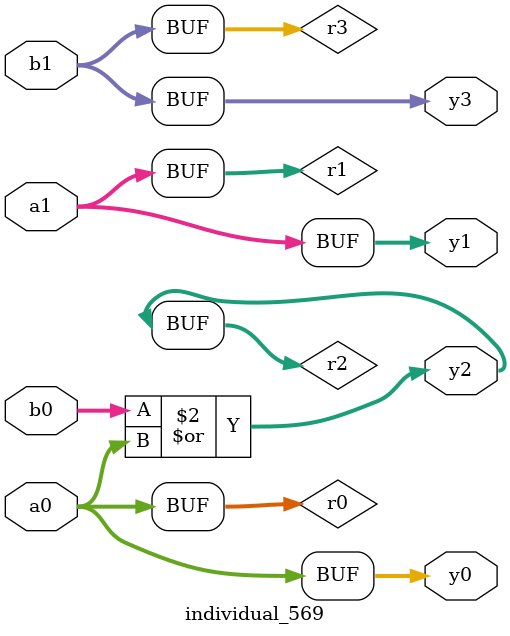
<source format=sv>
module individual_569(input logic [15:0] a1, input logic [15:0] a0, input logic [15:0] b1, input logic [15:0] b0, output logic [15:0] y3, output logic [15:0] y2, output logic [15:0] y1, output logic [15:0] y0);
logic [15:0] r0, r1, r2, r3; 
 always@(*) begin 
	 r0 = a0; r1 = a1; r2 = b0; r3 = b1; 
 	 r2  |=  a0 ;
 	 y3 = r3; y2 = r2; y1 = r1; y0 = r0; 
end
endmodule
</source>
